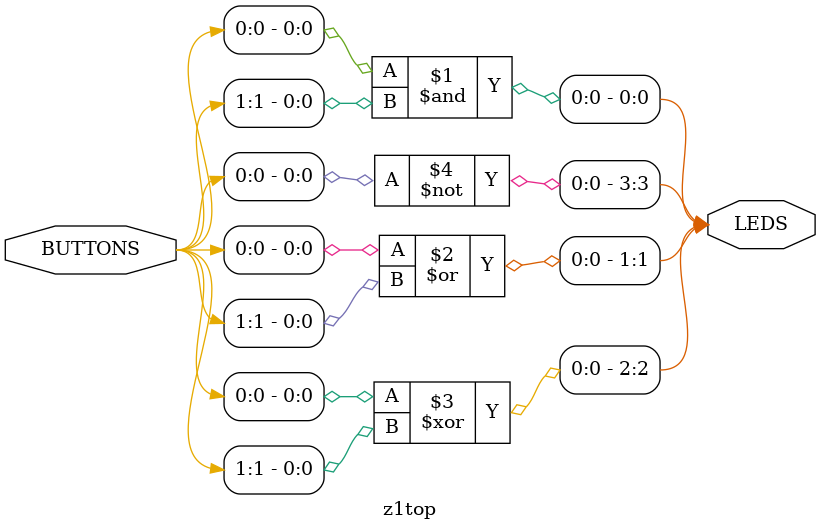
<source format=v>
module z1top(
    input [1:0] BUTTONS,
    output [3:0] LEDS
);

    assign LEDS[0] = BUTTONS[0] & BUTTONS[1];
    assign LEDS[1] = BUTTONS[0] | BUTTONS[1];
    assign LEDS[2] = BUTTONS[0] ^ BUTTONS[1];
    assign LEDS[3] = ~BUTTONS[0];

endmodule

</source>
